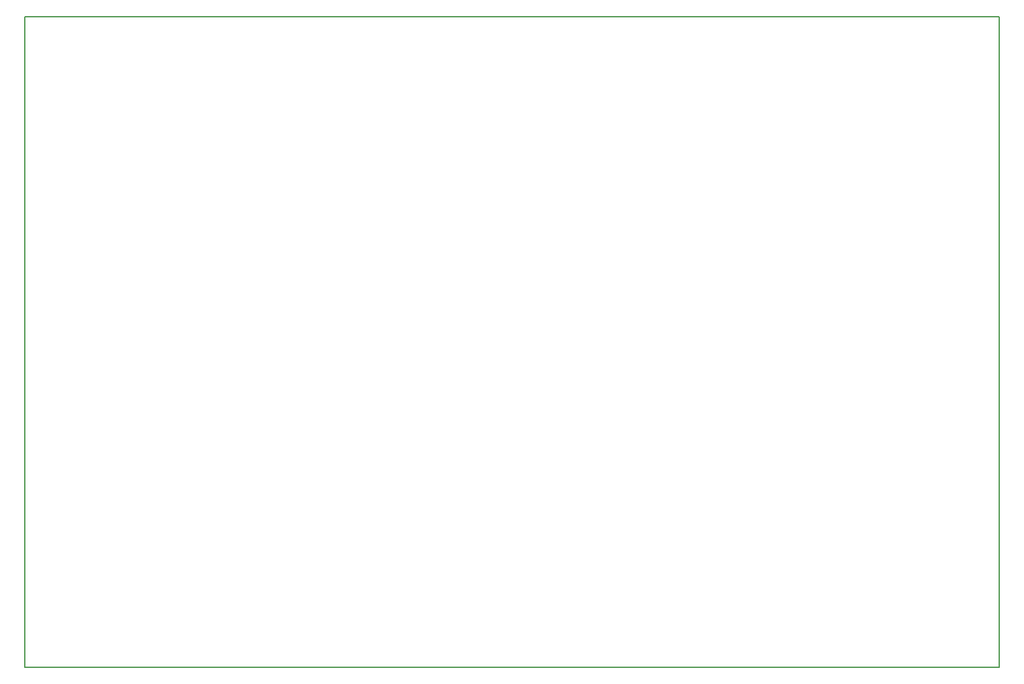
<source format=gbr>
G04 #@! TF.FileFunction,Profile,NP*
%FSLAX46Y46*%
G04 Gerber Fmt 4.6, Leading zero omitted, Abs format (unit mm)*
G04 Created by KiCad (PCBNEW 4.0.6) date 09/02/17 13:52:09*
%MOMM*%
%LPD*%
G01*
G04 APERTURE LIST*
%ADD10C,0.100000*%
%ADD11C,0.150000*%
G04 APERTURE END LIST*
D10*
D11*
X72644000Y-152400000D02*
X205740000Y-152400000D01*
X205740000Y-63500000D02*
X205740000Y-152400000D01*
X72644000Y-63500000D02*
X72644000Y-152400000D01*
X72644000Y-63500000D02*
X205740000Y-63500000D01*
M02*

</source>
